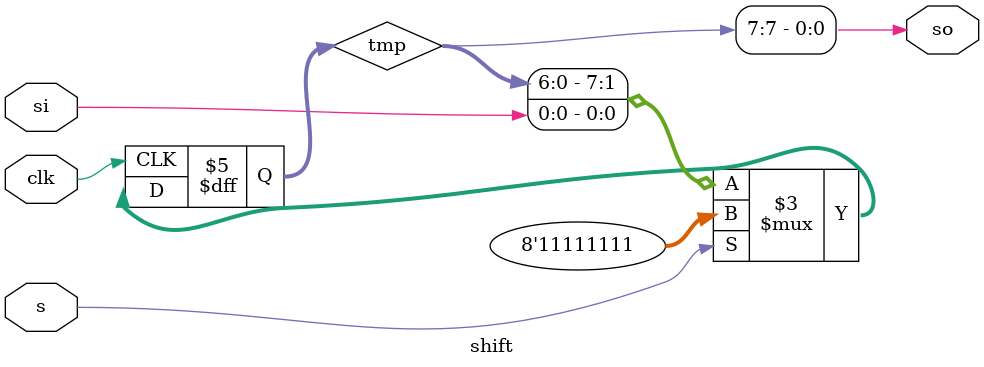
<source format=sv>
	module shift (clk, s, si, so);
	input bit       clk, si, s;
	output bit      so;
	bit    [7:0] tmp;
	always_ff @(posedge clk)
	begin
	   if (s)
	      tmp <= 8'b11111111;
	   else
	      tmp <= {tmp[6:0], si};
	end
	   assign so = tmp[7];
        endmodule
</source>
